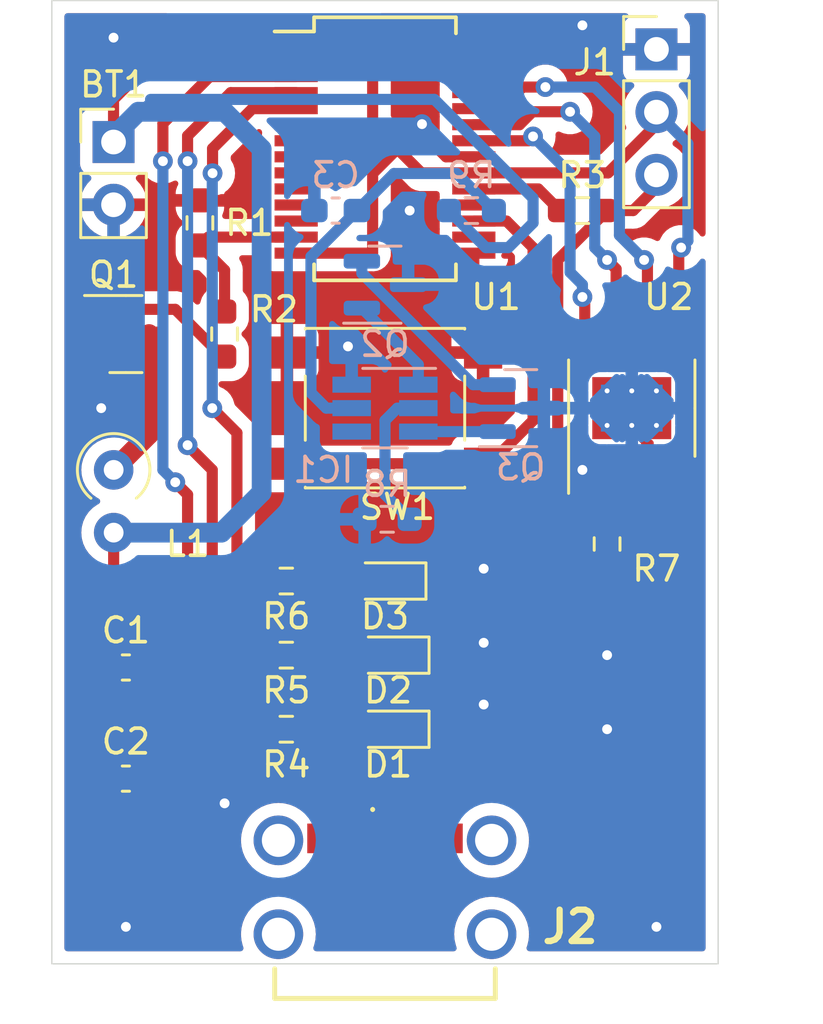
<source format=kicad_pcb>
(kicad_pcb (version 20211014) (generator pcbnew)
  (layers (0 "F.Cu" signal) (31 "B.Cu" signal) (34 "B.Paste" user) (35 "F.Paste" user) (36 "B.SilkS" user "B.Silkscreen") (37 "F.SilkS" user "F.Silkscreen") (38 "B.Mask" user) (39 "F.Mask" user) (44 "Edge.Cuts" user))
  (net 0 "")
  (net 1 "GND")
  (net 2 "Net-(C2-Pad2)")
  (net 3 "Net-(D1-Pad2)")
  (net 4 "Net-(D2-Pad2)")
  (net 5 "Net-(D3-Pad2)")
  (net 6 "Net-(BT1-Pad1)")
  (net 7 "Net-(J1-Pad3)")
  (net 10 "Net-(L1-Pad1)")
  (net 11 "Net-(R1-Pad2)")
  (net 12 "Net-(R3-Pad1)")
  (net 13 "Net-(R4-Pad2)")
  (net 14 "Net-(R5-Pad2)")
  (net 15 "Net-(SW1-Pad2)")
  (net 27 "Net-(U1-Pad22)")
  (net 28 "Net-(U1-Pad23)")
  (net 29 "Net-(U1-Pad24)")
  (net 36 "Net-(Q1-Pad1)")
  (net 37 "Net-(R6-Pad2)")
  (net 38 "Net-(R7-Pad1)")
  (net 39 "Net-(C3-Pad1)")
  (net 40 "Net-(IC1-Pad1)")
  (net 41 "Net-(IC1-Pad2)")
  (net 42 "Net-(IC1-Pad3)")
  (net 44 "Net-(Q2-Pad2)")
  (footprint "Resistor_SMD:R_0603_1608Metric_Pad0.98x0.95mm_HandSolder" (layer "F.Cu") (at 181 79 -90)
    (fp_text reference "R1" (at 0 -2) (layer "F.SilkS"))
    (fp_text value "100K")
    (fp_line (start -0.254724 0.5225) (end 0.254724 0.5225) (layer "F.SilkS") (width 0.12))
    (fp_line (start -0.254724 -0.5225) (end 0.254724 -0.5225) (layer "F.SilkS") (width 0.12))
    (pad "1" smd roundrect (at -0.9125 0 270) (size 0.975 0.95) (layers "F.Cu" "F.Paste" "F.Mask") (net 1 "GND"))
    (pad "2" smd roundrect (at 0.9125 0 270) (size 0.975 0.95) (layers "F.Cu" "F.Paste" "F.Mask") (net 11 "Net-(R1-Pad2)"))
  )
  (footprint "Resistor_SMD:R_0603_1608Metric_Pad0.98x0.95mm_HandSolder" (layer "F.Cu") (at 196.5 78.5)
    (fp_text reference "R3" (at 0 -1.43) (layer "F.SilkS"))
    (fp_text value "4.7K")
    (fp_line (start -0.254724 -0.5225) (end 0.254724 -0.5225) (layer "F.SilkS") (width 0.12))
    (fp_line (start -0.254724 0.5225) (end 0.254724 0.5225) (layer "F.SilkS") (width 0.12))
    (pad "1" smd roundrect (at -0.9125 0) (size 0.975 0.95) (layers "F.Cu" "F.Paste" "F.Mask") (net 12 "Net-(R3-Pad1)"))
    (pad "2" smd roundrect (at 0.9125 0) (size 0.975 0.95) (layers "F.Cu" "F.Paste" "F.Mask") (net 7 "Net-(J1-Pad3)"))
  )
  (footprint "LED_SMD:LED_0603_1608Metric_Pad1.05x0.95mm_HandSolder" (layer "F.Cu") (at 188.625 99.5 180)
    (fp_text reference "D1" (at 0 -1.43) (layer "F.SilkS"))
    (fp_text value "LED")
    (fp_line (start 0.8 -0.735) (end -1.66 -0.735) (layer "F.SilkS") (width 0.12))
    (fp_line (start -1.66 -0.735) (end -1.66 0.735) (layer "F.SilkS") (width 0.12))
    (fp_line (start -1.66 0.735) (end 0.8 0.735) (layer "F.SilkS") (width 0.12))
    (pad "1" smd roundrect (at -0.875 0 180) (size 1.05 0.95) (layers "F.Cu" "F.Paste" "F.Mask") (net 1 "GND"))
    (pad "2" smd roundrect (at 0.875 0 180) (size 1.05 0.95) (layers "F.Cu" "F.Paste" "F.Mask") (net 3 "Net-(D1-Pad2)"))
  )
  (footprint "LED_SMD:LED_0603_1608Metric_Pad1.05x0.95mm_HandSolder" (layer "F.Cu") (at 188.5 93.5 180)
    (fp_text reference "D3" (at 0 -1.43) (layer "F.SilkS"))
    (fp_text value "LED")
    (fp_line (start -1.66 -0.735) (end -1.66 0.735) (layer "F.SilkS") (width 0.12))
    (fp_line (start -1.66 0.735) (end 0.8 0.735) (layer "F.SilkS") (width 0.12))
    (fp_line (start 0.8 -0.735) (end -1.66 -0.735) (layer "F.SilkS") (width 0.12))
    (pad "1" smd roundrect (at -0.875 0 180) (size 1.05 0.95) (layers "F.Cu" "F.Paste" "F.Mask") (net 1 "GND"))
    (pad "2" smd roundrect (at 0.875 0 180) (size 1.05 0.95) (layers "F.Cu" "F.Paste" "F.Mask") (net 5 "Net-(D3-Pad2)"))
  )
  (footprint "Connector_PinHeader_2.54mm:PinHeader_1x02_P2.54mm_Vertical" (layer "F.Cu") (at 177.5 75.725)
    (fp_text reference "BT1" (at 0 -2.33) (layer "F.SilkS"))
    (fp_text value "Battery_Cell")
    (fp_line (start -1.33 1.27) (end -1.33 3.87) (layer "F.SilkS") (width 0.12))
    (fp_line (start -1.33 3.87) (end 1.33 3.87) (layer "F.SilkS") (width 0.12))
    (fp_line (start -1.33 -1.33) (end 0 -1.33) (layer "F.SilkS") (width 0.12))
    (fp_line (start 1.33 1.27) (end 1.33 3.87) (layer "F.SilkS") (width 0.12))
    (fp_line (start -1.33 0) (end -1.33 -1.33) (layer "F.SilkS") (width 0.12))
    (fp_line (start -1.33 1.27) (end 1.33 1.27) (layer "F.SilkS") (width 0.12))
    (pad "1" thru_hole rect (at 0 0) (size 1.7 1.7) (drill 1) (layers *.Cu *.Mask) (net 6 "Net-(BT1-Pad1)"))
    (pad "2" thru_hole oval (at 0 2.54) (size 1.7 1.7) (drill 1) (layers *.Cu *.Mask) (net 1 "GND"))
  )
  (footprint "Resistor_SMD:R_0603_1608Metric_Pad0.98x0.95mm_HandSolder" (layer "F.Cu") (at 184.5 99.5 180)
    (fp_text reference "R4" (at 0 -1.43) (layer "F.SilkS"))
    (fp_text value "1K")
    (fp_line (start -0.254724 0.5225) (end 0.254724 0.5225) (layer "F.SilkS") (width 0.12))
    (fp_line (start -0.254724 -0.5225) (end 0.254724 -0.5225) (layer "F.SilkS") (width 0.12))
    (pad "1" smd roundrect (at -0.9125 0 180) (size 0.975 0.95) (layers "F.Cu" "F.Paste" "F.Mask") (net 3 "Net-(D1-Pad2)"))
    (pad "2" smd roundrect (at 0.9125 0 180) (size 0.975 0.95) (layers "F.Cu" "F.Paste" "F.Mask") (net 13 "Net-(R4-Pad2)"))
  )
  (footprint "Package_SO:SSOP-28_5.3x10.2mm_P0.65mm" (layer "F.Cu") (at 188.5 76)
    (fp_text reference "U1" (at 4.5 6) (layer "F.SilkS"))
    (fp_text value "ATmega3208-X")
    (fp_line (start -2.875 5.325) (end -2.875 4.675) (layer "F.SilkS") (width 0.15))
    (fp_line (start 2.875 5.325) (end 2.875 4.675) (layer "F.SilkS") (width 0.15))
    (fp_line (start -2.875 -5.325) (end 2.875 -5.325) (layer "F.SilkS") (width 0.15))
    (fp_line (start -2.875 5.325) (end 2.875 5.325) (layer "F.SilkS") (width 0.15))
    (fp_line (start -2.875 -5.325) (end -2.875 -4.75) (layer "F.SilkS") (width 0.15))
    (fp_line (start -2.875 -4.75) (end -4.475 -4.75) (layer "F.SilkS") (width 0.15))
    (fp_line (start 2.875 -5.325) (end 2.875 -4.675) (layer "F.SilkS") (width 0.15))
    (pad "1" smd rect (at -3.6 -4.225) (size 1.75 0.45) (layers "F.Cu" "F.Paste" "F.Mask"))
    (pad "2" smd rect (at -3.6 -3.575) (size 1.75 0.45) (layers "F.Cu" "F.Paste" "F.Mask"))
    (pad "3" smd rect (at -3.6 -2.925) (size 1.75 0.45) (layers "F.Cu" "F.Paste" "F.Mask") (net 13 "Net-(R4-Pad2)"))
    (pad "4" smd rect (at -3.6 -2.275) (size 1.75 0.45) (layers "F.Cu" "F.Paste" "F.Mask") (net 14 "Net-(R5-Pad2)"))
    (pad "5" smd rect (at -3.6 -1.625) (size 1.75 0.45) (layers "F.Cu" "F.Paste" "F.Mask") (net 37 "Net-(R6-Pad2)"))
    (pad "6" smd rect (at -3.6 -0.975) (size 1.75 0.45) (layers "F.Cu" "F.Paste" "F.Mask"))
    (pad "7" smd rect (at -3.6 -0.325) (size 1.75 0.45) (layers "F.Cu" "F.Paste" "F.Mask"))
    (pad "8" smd rect (at -3.6 0.325) (size 1.75 0.45) (layers "F.Cu" "F.Paste" "F.Mask"))
    (pad "9" smd rect (at -3.6 0.975) (size 1.75 0.45) (layers "F.Cu" "F.Paste" "F.Mask"))
    (pad "10" smd rect (at -3.6 1.625) (size 1.75 0.45) (layers "F.Cu" "F.Paste" "F.Mask"))
    (pad "11" smd rect (at -3.6 2.275) (size 1.75 0.45) (layers "F.Cu" "F.Paste" "F.Mask"))
    (pad "12" smd rect (at -3.6 2.925) (size 1.75 0.45) (layers "F.Cu" "F.Paste" "F.Mask"))
    (pad "13" smd rect (at -3.6 3.575) (size 1.75 0.45) (layers "F.Cu" "F.Paste" "F.Mask") (net 11 "Net-(R1-Pad2)"))
    (pad "14" smd rect (at -3.6 4.225) (size 1.75 0.45) (layers "F.Cu" "F.Paste" "F.Mask") (net 6 "Net-(BT1-Pad1)"))
    (pad "15" smd rect (at 3.6 4.225) (size 1.75 0.45) (layers "F.Cu" "F.Paste" "F.Mask") (net 1 "GND"))
    (pad "16" smd rect (at 3.6 3.575) (size 1.75 0.45) (layers "F.Cu" "F.Paste" "F.Mask"))
    (pad "17" smd rect (at 3.6 2.925) (size 1.75 0.45) (layers "F.Cu" "F.Paste" "F.Mask") (net 15 "Net-(SW1-Pad2)"))
    (pad "18" smd rect (at 3.6 2.275) (size 1.75 0.45) (layers "F.Cu" "F.Paste" "F.Mask"))
    (pad "19" smd rect (at 3.6 1.625) (size 1.75 0.45) (layers "F.Cu" "F.Paste" "F.Mask") (net 12 "Net-(R3-Pad1)"))
    (pad "20" smd rect (at 3.6 0.975) (size 1.75 0.45) (layers "F.Cu" "F.Paste" "F.Mask") (net 6 "Net-(BT1-Pad1)"))
    (pad "21" smd rect (at 3.6 0.325) (size 1.75 0.45) (layers "F.Cu" "F.Paste" "F.Mask") (net 1 "GND"))
    (pad "22" smd rect (at 3.6 -0.325) (size 1.75 0.45) (layers "F.Cu" "F.Paste" "F.Mask") (net 27 "Net-(U1-Pad22)"))
    (pad "23" smd rect (at 3.6 -0.975) (size 1.75 0.45) (layers "F.Cu" "F.Paste" "F.Mask") (net 28 "Net-(U1-Pad23)"))
    (pad "24" smd rect (at 3.6 -1.625) (size 1.75 0.45) (layers "F.Cu" "F.Paste" "F.Mask") (net 29 "Net-(U1-Pad24)"))
    (pad "25" smd rect (at 3.6 -2.275) (size 1.75 0.45) (layers "F.Cu" "F.Paste" "F.Mask"))
    (pad "26" smd rect (at 3.6 -2.925) (size 1.75 0.45) (layers "F.Cu" "F.Paste" "F.Mask"))
    (pad "27" smd rect (at 3.6 -3.575) (size 1.75 0.45) (layers "F.Cu" "F.Paste" "F.Mask"))
    (pad "28" smd rect (at 3.6 -4.225) (size 1.75 0.45) (layers "F.Cu" "F.Paste" "F.Mask"))
  )
  (footprint "Inductor_THT:L_Axial_L6.6mm_D2.7mm_P2.54mm_Vertical_Vishay_IM-2" (layer "F.Cu") (at 177.505 89 -90)
    (fp_text reference "L1" (at 3 -2.995) (layer "F.SilkS"))
    (fp_text value "2 Ohm")
    (fp_arc (start 1.146516 0.92) (mid -1.47 0) (end 1.146516 -0.92) (layer "F.SilkS") (width 0.12))
    (pad "1" thru_hole circle (at 0 0 270) (size 1.6 1.6) (drill 0.8) (layers *.Cu *.Mask) (net 10 "Net-(L1-Pad1)"))
    (pad "2" thru_hole oval (at 2.54 0 270) (size 1.6 1.6) (drill 0.8) (layers *.Cu *.Mask) (net 6 "Net-(BT1-Pad1)"))
  )
  (footprint "Package_SO:SOIC-8-1EP_3.9x4.9mm_P1.27mm_EP2.514x3.2mm_ThermalVias" (layer "F.Cu") (at 198.5 86.5 90)
    (fp_text reference "U2" (at 4.5 1.5) (layer "F.SilkS"))
    (fp_text value "TP4056")
    (fp_line (start 0 2.56) (end 1.95 2.56) (layer "F.SilkS") (width 0.12))
    (fp_line (start 0 2.56) (end -1.95 2.56) (layer "F.SilkS") (width 0.12))
    (fp_line (start 0 -2.56) (end 1.95 -2.56) (layer "F.SilkS") (width 0.12))
    (fp_line (start 0 -2.56) (end -3.45 -2.56) (layer "F.SilkS") (width 0.12))
    (pad "1" smd roundrect (at -2.6375 -1.905 90) (size 1.625 0.6) (layers "F.Cu" "F.Paste" "F.Mask") (net 1 "GND"))
    (pad "2" smd roundrect (at -2.6375 -0.635 90) (size 1.625 0.6) (layers "F.Cu" "F.Paste" "F.Mask") (net 38 "Net-(R7-Pad1)"))
    (pad "3" smd roundrect (at -2.6375 0.635 90) (size 1.625 0.6) (layers "F.Cu" "F.Paste" "F.Mask") (net 1 "GND"))
    (pad "4" smd roundrect (at -2.6375 1.905 90) (size 1.625 0.6) (layers "F.Cu" "F.Paste" "F.Mask") (net 2 "Net-(C2-Pad2)"))
    (pad "5" smd roundrect (at 2.6375 1.905 90) (size 1.625 0.6) (layers "F.Cu" "F.Paste" "F.Mask") (net 6 "Net-(BT1-Pad1)"))
    (pad "6" smd roundrect (at 2.6375 0.635 90) (size 1.625 0.6) (layers "F.Cu" "F.Paste" "F.Mask") (net 29 "Net-(U1-Pad24)"))
    (pad "7" smd roundrect (at 2.6375 -0.635 90) (size 1.625 0.6) (layers "F.Cu" "F.Paste" "F.Mask") (net 28 "Net-(U1-Pad23)"))
    (pad "8" smd roundrect (at 2.6375 -1.905 90) (size 1.625 0.6) (layers "F.Cu" "F.Paste" "F.Mask") (net 27 "Net-(U1-Pad22)"))
    (pad "9" thru_hole circle (at -0.7 0 90) (size 0.5 0.5) (drill 0.2) (layers *.Cu) (net 1 "GND"))
    (pad "9" thru_hole circle (at -0.7 -1 90) (size 0.5 0.5) (drill 0.2) (layers *.Cu) (net 1 "GND"))
    (pad "9" thru_hole circle (at 0.7 0 90) (size 0.5 0.5) (drill 0.2) (layers *.Cu) (net 1 "GND"))
    (pad "9" thru_hole circle (at -0.7 1 90) (size 0.5 0.5) (drill 0.2) (layers *.Cu) (net 1 "GND"))
    (pad "9" thru_hole circle (at 0.7 1 90) (size 0.5 0.5) (drill 0.2) (layers *.Cu) (net 1 "GND"))
    (pad "9" thru_hole circle (at 0.7 -1 90) (size 0.5 0.5) (drill 0.2) (layers *.Cu) (net 1 "GND"))
    (pad "9" smd rect (at 0 0 90) (size 1.9 2.5) (layers "B.Cu") (net 1 "GND"))
    (pad "9" smd rect (at 0 0 90) (size 2.514 3.2) (layers "F.Cu" "F.Mask") (net 1 "GND"))
  )
  (footprint "SamacSys:USB4125GFA0190" (layer "F.Cu") (at 188.5 107)
    (fp_text reference "J2" (at 7.5 0.5) (layer "F.SilkS") (effects (font (size 1.27 1.27) (thickness 0.254))))
    (fp_text value "USB4140-GF-0070-C" hide)
    (fp_line (start -0.5 -4.3) (end -0.5 -4.3) (layer "F.SilkS") (width 0.1))
    (fp_line (start -4.47 3.4) (end 4.47 3.4) (layer "F.SilkS") (width 0.2))
    (fp_line (start 4.47 3.4) (end 4.47 2.2) (layer "F.SilkS") (width 0.2))
    (fp_line (start -4.47 2.2) (end -4.47 3.4) (layer "F.SilkS") (width 0.2))
    (fp_line (start -0.5 -4.2) (end -0.5 -4.2) (layer "F.SilkS") (width 0.1))
    (fp_arc (start -0.5 -4.3) (mid -0.45 -4.25) (end -0.5 -4.2) (layer "F.SilkS") (width 0.1))
    (fp_arc (start -0.5 -4.2) (mid -0.55 -4.25) (end -0.5 -4.3) (layer "F.SilkS") (width 0.1))
    (pad "A5" smd rect locked (at -0.5 -3.08) (size 0.7 1.2) (layers "F.Cu" "F.Paste" "F.Mask") (net 7 "Net-(J1-Pad3)"))
    (pad "A9" smd rect locked (at 1.52 -3.08) (size 0.76 1.2) (layers "F.Cu" "F.Paste" "F.Mask") (net 2 "Net-(C2-Pad2)"))
    (pad "A12" smd rect locked (at 2.75 -3.08) (size 0.8 1.2) (layers "F.Cu" "F.Paste" "F.Mask") (net 1 "GND"))
    (pad "B5" smd rect locked (at 0.5 -3.08) (size 0.7 1.2) (layers "F.Cu" "F.Paste" "F.Mask") (net 7 "Net-(J1-Pad3)"))
    (pad "B9" smd rect locked (at -1.52 -3.08) (size 0.76 1.2) (layers "F.Cu" "F.Paste" "F.Mask") (net 2 "Net-(C2-Pad2)"))
    (pad "B12" smd rect locked (at -2.75 -3.08) (size 0.8 1.2) (layers "F.Cu" "F.Paste" "F.Mask") (net 1 "GND"))
    (pad "MH1" thru_hole circle locked (at -4.32 -3) (size 2.01 2.01) (drill 1.34) (layers *.Cu *.Mask))
    (pad "MH2" thru_hole circle locked (at -4.32 0.8) (size 2.01 2.01) (drill 1.34) (layers *.Cu *.Mask))
    (pad "MH3" thru_hole circle locked (at 4.32 0.8) (size 2.01 2.01) (drill 1.34) (layers *.Cu *.Mask))
    (pad "MH4" thru_hole circle locked (at 4.32 -3) (size 2.01 2.01) (drill 1.34) (layers *.Cu *.Mask))
  )
  (footprint "Resistor_SMD:R_0603_1608Metric_Pad0.98x0.95mm_HandSolder" (layer "F.Cu") (at 184.5 96.5 180)
    (fp_text reference "R5" (at 0 -1.43) (layer "F.SilkS"))
    (fp_text value "1K")
    (fp_line (start -0.254724 0.5225) (end 0.254724 0.5225) (layer "F.SilkS") (width 0.12))
    (fp_line (start -0.254724 -0.5225) (end 0.254724 -0.5225) (layer "F.SilkS") (width 0.12))
    (pad "1" smd roundrect (at -0.9125 0 180) (size 0.975 0.95) (layers "F.Cu" "F.Paste" "F.Mask") (net 4 "Net-(D2-Pad2)"))
    (pad "2" smd roundrect (at 0.9125 0 180) (size 0.975 0.95) (layers "F.Cu" "F.Paste" "F.Mask") (net 14 "Net-(R5-Pad2)"))
  )
  (footprint "Resistor_SMD:R_0603_1608Metric_Pad0.98x0.95mm_HandSolder" (layer "F.Cu") (at 182 83.5 90)
    (fp_text reference "R2" (at 1 2) (layer "F.SilkS"))
    (fp_text value "4.7K")
    (fp_line (start -0.254724 0.5225) (end 0.254724 0.5225) (layer "F.SilkS") (width 0.12))
    (fp_line (start -0.254724 -0.5225) (end 0.254724 -0.5225) (layer "F.SilkS") (width 0.12))
    (pad "1" smd roundrect (at -0.9125 0 90) (size 0.975 0.95) (layers "F.Cu" "F.Paste" "F.Mask") (net 36 "Net-(Q1-Pad1)"))
    (pad "2" smd roundrect (at 0.9125 0 90) (size 0.975 0.95) (layers "F.Cu" "F.Paste" "F.Mask") (net 11 "Net-(R1-Pad2)"))
  )
  (footprint "Capacitor_SMD:C_0603_1608Metric_Pad1.08x0.95mm_HandSolder" (layer "F.Cu") (at 178 97)
    (fp_text reference "C1" (at 0 -1.5) (layer "F.SilkS"))
    (fp_text value "10uF")
    (fp_line (start -0.146267 -0.51) (end 0.146267 -0.51) (layer "F.SilkS") (width 0.12))
    (fp_line (start -0.146267 0.51) (end 0.146267 0.51) (layer "F.SilkS") (width 0.12))
    (pad "1" smd roundrect (at -0.8625 0) (size 1.075 0.95) (layers "F.Cu" "F.Paste" "F.Mask") (net 1 "GND"))
    (pad "2" smd roundrect (at 0.8625 0) (size 1.075 0.95) (layers "F.Cu" "F.Paste" "F.Mask") (net 6 "Net-(BT1-Pad1)"))
  )
  (footprint "Button_Switch_SMD:SW_Push_1P1T_NO_6x6mm_H9.5mm" (layer "F.Cu") (at 188.5 86.5)
    (fp_text reference "SW1" (at 0.5 4) (layer "F.SilkS"))
    (fp_text value "btn")
    (fp_line (start -3.23 -3.2) (end -3.23 -3.23) (layer "F.SilkS") (width 0.12))
    (fp_line (start -3.23 3.23) (end -3.23 3.2) (layer "F.SilkS") (width 0.12))
    (fp_line (start -3.23 -3.23) (end 3.23 -3.23) (layer "F.SilkS") (width 0.12))
    (fp_line (start -3.23 3.23) (end 3.23 3.23) (layer "F.SilkS") (width 0.12))
    (fp_line (start 3.23 -3.23) (end 3.23 -3.2) (layer "F.SilkS") (width 0.12))
    (fp_line (start 3.23 -1.3) (end 3.23 1.3) (layer "F.SilkS") (width 0.12))
    (fp_line (start 3.23 3.23) (end 3.23 3.2) (layer "F.SilkS") (width 0.12))
    (fp_line (start -3.23 -1.3) (end -3.23 1.3) (layer "F.SilkS") (width 0.12))
    (pad "1" smd rect (at 3.975 -2.25) (size 1.55 1.3) (layers "F.Cu" "F.Paste" "F.Mask") (net 1 "GND"))
    (pad "1" smd rect (at -3.975 -2.25) (size 1.55 1.3) (layers "F.Cu" "F.Paste" "F.Mask") (net 1 "GND"))
    (pad "2" smd rect (at 3.975 2.25) (size 1.55 1.3) (layers "F.Cu" "F.Paste" "F.Mask") (net 15 "Net-(SW1-Pad2)"))
    (pad "2" smd rect (at -3.975 2.25) (size 1.55 1.3) (layers "F.Cu" "F.Paste" "F.Mask") (net 15 "Net-(SW1-Pad2)"))
  )
  (footprint "Capacitor_SMD:C_0603_1608Metric_Pad1.08x0.95mm_HandSolder" (layer "F.Cu") (at 178 101.5)
    (fp_text reference "C2" (at 0 -1.5) (layer "F.SilkS"))
    (fp_text value "10uF")
    (fp_line (start -0.146267 -0.51) (end 0.146267 -0.51) (layer "F.SilkS") (width 0.12))
    (fp_line (start -0.146267 0.51) (end 0.146267 0.51) (layer "F.SilkS") (width 0.12))
    (pad "1" smd roundrect (at -0.8625 0) (size 1.075 0.95) (layers "F.Cu" "F.Paste" "F.Mask") (net 1 "GND"))
    (pad "2" smd roundrect (at 0.8625 0) (size 1.075 0.95) (layers "F.Cu" "F.Paste" "F.Mask") (net 2 "Net-(C2-Pad2)"))
  )
  (footprint "Package_TO_SOT_SMD:SOT-23" (layer "F.Cu") (at 178 83.5)
    (fp_text reference "Q1" (at -0.5 -2.4) (layer "F.SilkS"))
    (fp_text value "AO3400A")
    (fp_line (start 0 1.56) (end 0.65 1.56) (layer "F.SilkS") (width 0.12))
    (fp_line (start 0 -1.56) (end -1.675 -1.56) (layer "F.SilkS") (width 0.12))
    (fp_line (start 0 -1.56) (end 0.65 -1.56) (layer "F.SilkS") (width 0.12))
    (fp_line (start 0 1.56) (end -0.65 1.56) (layer "F.SilkS") (width 0.12))
    (pad "1" smd roundrect (at -0.9375 -0.95) (size 1.475 0.6) (layers "F.Cu" "F.Paste" "F.Mask") (net 36 "Net-(Q1-Pad1)"))
    (pad "2" smd roundrect (at -0.9375 0.95) (size 1.475 0.6) (layers "F.Cu" "F.Paste" "F.Mask") (net 1 "GND"))
    (pad "3" smd roundrect (at 0.9375 0) (size 1.475 0.6) (layers "F.Cu" "F.Paste" "F.Mask") (net 10 "Net-(L1-Pad1)"))
  )
  (footprint "LED_SMD:LED_0603_1608Metric_Pad1.05x0.95mm_HandSolder" (layer "F.Cu") (at 188.625 96.5 180)
    (fp_text reference "D2" (at 0 -1.43) (layer "F.SilkS"))
    (fp_text value "LED")
    (fp_line (start -1.66 0.735) (end 0.8 0.735) (layer "F.SilkS") (width 0.12))
    (fp_line (start -1.66 -0.735) (end -1.66 0.735) (layer "F.SilkS") (width 0.12))
    (fp_line (start 0.8 -0.735) (end -1.66 -0.735) (layer "F.SilkS") (width 0.12))
    (pad "1" smd roundrect (at -0.875 0 180) (size 1.05 0.95) (layers "F.Cu" "F.Paste" "F.Mask") (net 1 "GND"))
    (pad "2" smd roundrect (at 0.875 0 180) (size 1.05 0.95) (layers "F.Cu" "F.Paste" "F.Mask") (net 4 "Net-(D2-Pad2)"))
  )
  (footprint "Resistor_SMD:R_0603_1608Metric_Pad0.98x0.95mm_HandSolder" (layer "F.Cu") (at 197.5 92 -90)
    (fp_text reference "R7" (at 1 -2) (layer "F.SilkS"))
    (fp_text value "2.8K")
    (fp_line (start -0.254724 0.5225) (end 0.254724 0.5225) (layer "F.SilkS") (width 0.12))
    (fp_line (start -0.254724 -0.5225) (end 0.254724 -0.5225) (layer "F.SilkS") (width 0.12))
    (pad "1" smd roundrect (at -0.9125 0 270) (size 0.975 0.95) (layers "F.Cu" "F.Paste" "F.Mask") (net 38 "Net-(R7-Pad1)"))
    (pad "2" smd roundrect (at 0.9125 0 270) (size 0.975 0.95) (layers "F.Cu" "F.Paste" "F.Mask") (net 1 "GND"))
  )
  (footprint "Resistor_SMD:R_0603_1608Metric_Pad0.98x0.95mm_HandSolder" (layer "F.Cu") (at 184.5 93.5 180)
    (fp_text reference "R6" (at 0 -1.43) (layer "F.SilkS"))
    (fp_text value "1K")
    (fp_line (start -0.254724 0.5225) (end 0.254724 0.5225) (layer "F.SilkS") (width 0.12))
    (fp_line (start -0.254724 -0.5225) (end 0.254724 -0.5225) (layer "F.SilkS") (width 0.12))
    (pad "1" smd roundrect (at -0.9125 0 180) (size 0.975 0.95) (layers "F.Cu" "F.Paste" "F.Mask") (net 5 "Net-(D3-Pad2)"))
    (pad "2" smd roundrect (at 0.9125 0 180) (size 0.975 0.95) (layers "F.Cu" "F.Paste" "F.Mask") (net 37 "Net-(R6-Pad2)"))
  )
  (footprint "Connector_PinHeader_2.54mm:PinHeader_1x03_P2.54mm_Vertical" (layer "F.Cu") (at 199.5 71.975)
    (fp_text reference "J1" (at -2.5 0.525) (layer "F.SilkS"))
    (fp_text value "Conn_01x03_Male")
    (fp_line (start -1.33 6.41) (end 1.33 6.41) (layer "F.SilkS") (width 0.12))
    (fp_line (start -1.33 1.27) (end -1.33 6.41) (layer "F.SilkS") (width 0.12))
    (fp_line (start -1.33 -1.33) (end 0 -1.33) (layer "F.SilkS") (width 0.12))
    (fp_line (start -1.33 0) (end -1.33 -1.33) (layer "F.SilkS") (width 0.12))
    (fp_line (start -1.33 1.27) (end 1.33 1.27) (layer "F.SilkS") (width 0.12))
    (fp_line (start 1.33 1.27) (end 1.33 6.41) (layer "F.SilkS") (width 0.12))
    (pad "1" thru_hole rect (at 0 0) (size 1.7 1.7) (drill 1) (layers *.Cu *.Mask) (net 1 "GND"))
    (pad "2" thru_hole oval (at 0 2.54) (size 1.7 1.7) (drill 1) (layers *.Cu *.Mask) (net 6 "Net-(BT1-Pad1)"))
    (pad "3" thru_hole oval (at 0 5.08) (size 1.7 1.7) (drill 1) (layers *.Cu *.Mask) (net 7 "Net-(J1-Pad3)"))
  )
  (footprint "Resistor_SMD:R_0603_1608Metric_Pad0.98x0.95mm_HandSolder" (layer "B.Cu") (at 192 78.5 180)
    (fp_text reference "R9" (at 0 1.43) (layer "B.SilkS") (effects (justify mirror)))
    (fp_text value "330")
    (fp_line (start -0.254724 -0.5225) (end 0.254724 -0.5225) (layer "B.SilkS") (width 0.12))
    (fp_line (start -0.254724 0.5225) (end 0.254724 0.5225) (layer "B.SilkS") (width 0.12))
    (pad "1" smd roundrect (at -0.9125 0 180) (size 0.975 0.95) (layers "B.Cu" "B.Paste" "B.Mask") (net 39 "Net-(C3-Pad1)"))
    (pad "2" smd roundrect (at 0.9125 0 180) (size 0.975 0.95) (layers "B.Cu" "B.Paste" "B.Mask") (net 6 "Net-(BT1-Pad1)"))
  )
  (footprint "Package_TO_SOT_SMD:SOT-23" (layer "B.Cu") (at 188.5 81.5)
    (fp_text reference "Q2" (at 0 2.4) (layer "B.SilkS") (effects (justify mirror)))
    (fp_text value "AO3400A")
    (fp_line (start 0 -1.56) (end -0.65 -1.56) (layer "B.SilkS") (width 0.12))
    (fp_line (start 0 1.56) (end -1.675 1.56) (layer "B.SilkS") (width 0.12))
    (fp_line (start 0 1.56) (end 0.65 1.56) (layer "B.SilkS") (width 0.12))
    (fp_line (start 0 -1.56) (end 0.65 -1.56) (layer "B.SilkS") (width 0.12))
    (pad "1" smd roundrect (at -0.9375 0.95) (size 1.475 0.6) (layers "B.Cu" "B.Paste" "B.Mask") (net 40 "Net-(IC1-Pad1)"))
    (pad "2" smd roundrect (at -0.9375 -0.95) (size 1.475 0.6) (layers "B.Cu" "B.Paste" "B.Mask") (net 44 "Net-(Q2-Pad2)"))
    (pad "3" smd roundrect (at 0.9375 0) (size 1.475 0.6) (layers "B.Cu" "B.Paste" "B.Mask") (net 1 "GND"))
  )
  (footprint "Resistor_SMD:R_0603_1608Metric_Pad0.98x0.95mm_HandSolder" (layer "B.Cu") (at 188.5875 91 180)
    (fp_text reference "R8" (at 0 1.43) (layer "B.SilkS") (effects (justify mirror)))
    (fp_text value "2K")
    (fp_line (start -0.254724 0.5225) (end 0.254724 0.5225) (layer "B.SilkS") (width 0.12))
    (fp_line (start -0.254724 -0.5225) (end 0.254724 -0.5225) (layer "B.SilkS") (width 0.12))
    (pad "1" smd roundrect (at -0.9125 0 180) (size 0.975 0.95) (layers "B.Cu" "B.Paste" "B.Mask") (net 41 "Net-(IC1-Pad2)"))
    (pad "2" smd roundrect (at 0.9125 0 180) (size 0.975 0.95) (layers "B.Cu" "B.Paste" "B.Mask") (net 1 "GND"))
  )
  (footprint "Package_TO_SOT_SMD:SOT-23-6_Handsoldering" (layer "B.Cu") (at 188.5 86.5 180)
    (fp_text reference "IC1" (at 2.5 -2.5) (layer "B.SilkS") (effects (justify mirror)))
    (fp_text value "DW01A-G")
    (fp_line (start 0.9 1.61) (end -2.05 1.61) (layer "B.SilkS") (width 0.12))
    (fp_line (start -0.9 -1.61) (end 0.9 -1.61) (layer "B.SilkS") (width 0.12))
    (pad "1" smd rect (at -1.35 0.95 180) (size 1.56 0.65) (layers "B.Cu" "B.Paste" "B.Mask") (net 40 "Net-(IC1-Pad1)"))
    (pad "2" smd rect (at -1.35 0 180) (size 1.56 0.65) (layers "B.Cu" "B.Paste" "B.Mask") (net 41 "Net-(IC1-Pad2)"))
    (pad "3" smd rect (at -1.35 -0.95 180) (size 1.56 0.65) (layers "B.Cu" "B.Paste" "B.Mask") (net 42 "Net-(IC1-Pad3)"))
    (pad "4" smd rect (at 1.35 -0.95 180) (size 1.56 0.65) (layers "B.Cu" "B.Paste" "B.Mask"))
    (pad "5" smd rect (at 1.35 0 180) (size 1.56 0.65) (layers "B.Cu" "B.Paste" "B.Mask") (net 39 "Net-(C3-Pad1)"))
    (pad "6" smd rect (at 1.35 0.95 180) (size 1.56 0.65) (layers "B.Cu" "B.Paste" "B.Mask") (net 1 "GND"))
  )
  (footprint "Package_TO_SOT_SMD:SOT-23" (layer "B.Cu") (at 194 86.5)
    (fp_text reference "Q3" (at 0 2.4) (layer "B.SilkS") (effects (justify mirror)))
    (fp_text value "AO3400A")
    (fp_line (start 0 -1.56) (end 0.65 -1.56) (layer "B.SilkS") (width 0.12))
    (fp_line (start 0 -1.56) (end -0.65 -1.56) (layer "B.SilkS") (width 0.12))
    (fp_line (start 0 1.56) (end -1.675 1.56) (layer "B.SilkS") (width 0.12))
    (fp_line (start 0 1.56) (end 0.65 1.56) (layer "B.SilkS") (width 0.12))
    (pad "1" smd roundrect (at -0.9375 0.95) (size 1.475 0.6) (layers "B.Cu" "B.Paste" "B.Mask") (net 42 "Net-(IC1-Pad3)"))
    (pad "2" smd roundrect (at -0.9375 -0.95) (size 1.475 0.6) (layers "B.Cu" "B.Paste" "B.Mask") (net 44 "Net-(Q2-Pad2)"))
    (pad "3" smd roundrect (at 0.9375 0) (size 1.475 0.6) (layers "B.Cu" "B.Paste" "B.Mask") (net 1 "GND"))
  )
  (footprint "Capacitor_SMD:C_0603_1608Metric_Pad1.08x0.95mm_HandSolder" (layer "B.Cu") (at 186.5 78.5 180)
    (fp_text reference "C3" (at 0 1.43) (layer "B.SilkS") (effects (justify mirror)))
    (fp_text value ".1uF")
    (fp_line (start -0.146267 0.51) (end 0.146267 0.51) (layer "B.SilkS") (width 0.12))
    (fp_line (start -0.146267 -0.51) (end 0.146267 -0.51) (layer "B.SilkS") (width 0.12))
    (pad "1" smd roundrect (at -0.8625 0 180) (size 1.075 0.95) (layers "B.Cu" "B.Paste" "B.Mask") (net 39 "Net-(C3-Pad1)"))
    (pad "2" smd roundrect (at 0.8625 0 180) (size 1.075 0.95) (layers "B.Cu" "B.Paste" "B.Mask") (net 1 "GND"))
  )
  (gr_rect (start 175 70) (end 202 109) (layer "Edge.Cuts") (width 0.05) (fill none))
  (segment (start 190 75.35) (end 190 75) (width 0.25) (layer "F.Cu") (net 1))
  (segment (start 192.1 76.325) (end 190.975 76.325) (width 0.45) (layer "F.Cu") (net 1))
  (segment (start 190.975 76.325) (end 190 75.35) (width 0.45) (layer "F.Cu") (net 1))
  (via (at 178 107.5) (size 0.8) (drill 0.4) (layers "F.Cu" "B.Cu") (net 1))
  (via (at 182 102.5) (size 0.8) (drill 0.4) (layers "F.Cu" "B.Cu") (net 1))
  (via (at 197.5 99.5) (size 0.8) (drill 0.4) (layers "F.Cu" "B.Cu") (net 1))
  (via (at 192.5 96) (size 0.8) (drill 0.4) (layers "F.Cu" "B.Cu") (net 1))
  (via (at 192.5 93) (size 0.8) (drill 0.4) (layers "F.Cu" "B.Cu") (net 1))
  (via (at 196.5 89) (size 0.8) (drill 0.4) (layers "F.Cu" "B.Cu") (net 1))
  (via (at 189.5 78.5) (size 0.8) (drill 0.4) (layers "F.Cu" "B.Cu") (net 1))
  (via (at 199.5 107.5) (size 0.8) (drill 0.4) (layers "F.Cu" "B.Cu") (net 1))
  (via (at 190 75) (size 0.8) (drill 0.4) (layers "F.Cu" "B.Cu") (net 1))
  (via (at 192.5 98.5) (size 0.8) (drill 0.4) (layers "F.Cu" "B.Cu") (net 1))
  (via (at 177.5 71.5) (size 0.8) (drill 0.4) (layers "F.Cu" "B.Cu") (net 1))
  (via (at 196.5 71) (size 0.8) (drill 0.4) (layers "F.Cu" "B.Cu") (net 1))
  (via (at 197.5 96.5) (size 0.8) (drill 0.4) (layers "F.Cu" "B.Cu") (net 1))
  (via (at 187 84) (size 0.8) (drill 0.4) (layers "F.Cu" "B.Cu") (net 1))
  (via (at 177 86.5) (size 0.8) (drill 0.4) (layers "F.Cu" "B.Cu") (net 1))
  (segment (start 187.5 106) (end 187 105.5) (width 0.45) (layer "F.Cu") (net 2))
  (segment (start 178.8625 103.8625) (end 181 106) (width 0.45) (layer "F.Cu") (net 2))
  (segment (start 199 102) (end 200.405 100.595) (width 0.45) (layer "F.Cu") (net 2))
  (segment (start 190.02 105.48) (end 189.5 106) (width 0.45) (layer "F.Cu") (net 2))
  (segment (start 186.98 103.92) (end 186.98 105.48) (width 0.45) (layer "F.Cu") (net 2))
  (segment (start 186.5 106) (end 187 105.5) (width 0.45) (layer "F.Cu") (net 2))
  (segment (start 191 102) (end 199 102) (width 0.45) (layer "F.Cu") (net 2))
  (segment (start 190.02 103.92) (end 190.02 102.98) (width 0.45) (layer "F.Cu") (net 2))
  (segment (start 190.02 102.98) (end 191 102) (width 0.45) (layer "F.Cu") (net 2))
  (segment (start 178.8625 101.5) (end 178.8625 103.8625) (width 0.45) (layer "F.Cu") (net 2))
  (segment (start 190.02 103.92) (end 190.02 105.48) (width 0.45) (layer "F.Cu") (net 2))
  (segment (start 189.5 106) (end 187.5 106) (width 0.45) (layer "F.Cu") (net 2))
  (segment (start 187 105.5) (end 186.98 105.48) (width 0.25) (layer "F.Cu") (net 2))
  (segment (start 181 106) (end 186.5 106) (width 0.45) (layer "F.Cu") (net 2))
  (segment (start 200.405 100.595) (end 200.405 89.1375) (width 0.45) (layer "F.Cu") (net 2))
  (segment (start 185.4125 99.5) (end 187.75 99.5) (width 0.45) (layer "F.Cu") (net 3))
  (segment (start 185.4125 96.5) (end 187.75 96.5) (width 0.45) (layer "F.Cu") (net 4))
  (segment (start 185.4125 93.5) (end 187.625 93.5) (width 0.45) (layer "F.Cu") (net 5))
  (segment (start 200.405 80.095) (end 200.5 80) (width 0.25) (layer "F.Cu") (net 6))
  (segment (start 192.1 76.975) (end 197.54 76.975) (width 0.45) (layer "F.Cu") (net 6))
  (segment (start 188 77) (end 189 76) (width 0.45) (layer "F.Cu") (net 6))
  (segment (start 177.505 93.005) (end 179 94.5) (width 0.45) (layer "F.Cu") (net 6))
  (segment (start 189.975 76.975) (end 192.1 76.975) (width 0.45) (layer "F.Cu") (net 6))
  (segment (start 188 75) (end 189 76) (width 0.45) (layer "F.Cu") (net 6))
  (segment (start 197.54 76.975) (end 200 74.515) (width 0.45) (layer "F.Cu") (net 6))
  (segment (start 179 94.5) (end 179 96.8625) (width 0.45) (layer "F.Cu") (net 6))
  (segment (start 188 80.225) (end 188 77) (width 0.45) (layer "F.Cu") (net 6))
  (segment (start 177.5 74) (end 180.5 71) (width 0.45) (layer "F.Cu") (net 6))
  (segment (start 177.505 91.54) (end 177.505 93.005) (width 0.45) (layer "F.Cu") (net 6))
  (segment (start 180.5 71) (end 187.5 71) (width 0.45) (layer "F.Cu") (net 6))
  (segment (start 189 76) (end 189.975 76.975) (width 0.45) (layer "F.Cu") (net 6))
  (segment (start 184.9 80.225) (end 188 80.225) (width 0.45) (layer "F.Cu") (net 6))
  (segment (start 200.405 83.8625) (end 200.405 80.095) (width 0.45) (layer "F.Cu") (net 6))
  (segment (start 179 96.8625) (end 178.8625 97) (width 0.25) (layer "F.Cu") (net 6))
  (segment (start 187.5 71) (end 188 71.5) (width 0.45) (layer "F.Cu") (net 6))
  (segment (start 188 71.5) (end 188 75) (width 0.45) (layer "F.Cu") (net 6))
  (segment (start 177.5 75.725) (end 177.5 74) (width 0.45) (layer "F.Cu") (net 6))
  (via (at 200.5 80) (size 0.8) (drill 0.4) (layers "F.Cu" "B.Cu") (net 6))
  (segment (start 177.5 75.5) (end 178.5 74.5) (width 0.8) (layer "B.Cu") (net 6))
  (segment (start 183.5 76) (end 183.5 89.914214) (width 0.8) (layer "B.Cu") (net 6))
  (segment (start 183.5 89.914214) (end 181.874214 91.54) (width 0.8) (layer "B.Cu") (net 6))
  (segment (start 193.5 80) (end 192.5875 80) (width 0.45) (layer "B.Cu") (net 6))
  (segment (start 200.775 79.725) (end 200.5 80) (width 0.45) (layer "B.Cu") (net 6))
  (segment (start 181.874214 91.54) (end 177.505 91.54) (width 0.8) (layer "B.Cu") (net 6))
  (segment (start 194.5 78) (end 194.5 79) (width 0.45) (layer "B.Cu") (net 6))
  (segment (start 177.5 75.5) (end 177.5 75.725) (width 0.8) (layer "B.Cu") (net 6))
  (segment (start 178.5 74.5) (end 182 74.5) (width 0.8) (layer "B.Cu") (net 6))
  (segment (start 199.5 74.515) (end 200.775 75.79) (width 0.45) (layer "B.Cu") (net 6))
  (segment (start 182 74.5) (end 183.5 76) (width 0.8) (layer "B.Cu") (net 6))
  (segment (start 177.5 75.5) (end 179 74) (width 0.25) (layer "B.Cu") (net 6))
  (segment (start 192.5875 80) (end 191.0875 78.5) (width 0.45) (layer "B.Cu") (net 6))
  (segment (start 194.5 79) (end 193.5 80) (width 0.45) (layer "B.Cu") (net 6))
  (segment (start 200.775 75.79) (end 200.775 79.725) (width 0.45) (layer "B.Cu") (net 6))
  (segment (start 179 74) (end 190.5 74) (width 0.45) (layer "B.Cu") (net 6))
  (segment (start 190.5 74) (end 194.5 78) (width 0.45) (layer "B.Cu") (net 6))
  (segment (start 189 102.5) (end 189 103.92) (width 0.45) (layer "F.Cu") (net 7))
  (segment (start 197.4125 78.5) (end 198.555 78.5) (width 0.45) (layer "F.Cu") (net 7))
  (segment (start 195.5 80.5) (end 195.5 98.5) (width 0.45) (layer "F.Cu") (net 7))
  (segment (start 193.5 100.5) (end 191 100.5) (width 0.45) (layer "F.Cu") (net 7))
  (segment (start 191 100.5) (end 189 102.5) (width 0.45) (layer "F.Cu") (net 7))
  (segment (start 188 103.92) (end 189 103.92) (width 0.45) (layer "F.Cu") (net 7))
  (segment (start 195.5 98.5) (end 193.5 100.5) (width 0.45) (layer "F.Cu") (net 7))
  (segment (start 198.555 78.5) (end 200 77.055) (width 0.45) (layer "F.Cu") (net 7))
  (segment (start 197.4125 78.5875) (end 195.5 80.5) (width 0.45) (layer "F.Cu") (net 7))
  (segment (start 197.4125 78.5) (end 197.4125 78.5875) (width 0.25) (layer "F.Cu") (net 7))
  (segment (start 178.9375 87.5675) (end 178.9375 83.5) (width 0.8) (layer "F.Cu") (net 10))
  (segment (start 177.505 89) (end 178.9375 87.5675) (width 0.8) (layer "F.Cu") (net 10))
  (segment (start 182 80.9125) (end 181 79.9125) (width 0.45) (layer "F.Cu") (net 11))
  (segment (start 182 82.5875) (end 182 80.9125) (width 0.45) (layer "F.Cu") (net 11))
  (segment (start 181.3375 79.575) (end 184.9 79.575) (width 0.45) (layer "F.Cu") (net 11))
  (segment (start 181 79.9125) (end 181.3375 79.575) (width 0.25) (layer "F.Cu") (net 11))
  (segment (start 194.7125 77.625) (end 192.1 77.625) (width 0.45) (layer "F.Cu") (net 12))
  (segment (start 195.5875 78.5) (end 194.7125 77.625) (width 0.45) (layer "F.Cu") (net 12))
  (segment (start 180.5 90) (end 180.5 96.4125) (width 0.45) (layer "F.Cu") (net 13))
  (segment (start 180 89.5) (end 180.5 90) (width 0.45) (layer "F.Cu") (net 13))
  (segment (start 180.5 96.4125) (end 183.5875 99.5) (width 0.45) (layer "F.Cu") (net 13))
  (segment (start 179.5 74.974695) (end 181.399695 73.075) (width 0.45) (layer "F.Cu") (net 13))
  (segment (start 181.399695 73.075) (end 184.9 73.075) (width 0.45) (layer "F.Cu") (net 13))
  (segment (start 179.5 76.5) (end 179.5 74.974695) (width 0.45) (layer "F.Cu") (net 13))
  (via (at 179.5 76.5) (size 0.8) (drill 0.4) (layers "F.Cu" "B.Cu") (net 13))
  (via (at 180 89.5) (size 0.8) (drill 0.4) (layers "F.Cu" "B.Cu") (net 13))
  (segment (start 179.5 89) (end 179.5 76.5) (width 0.45) (layer "B.Cu") (net 13))
  (segment (start 180 89.5) (end 179.5 89) (width 0.45) (layer "B.Cu") (net 13))
  (segment (start 181.5 94.4125) (end 183.5875 96.5) (width 0.45) (layer "F.Cu") (net 14))
  (segment (start 180.5 75.474695) (end 182.249695 73.725) (width 0.45) (layer "F.Cu") (net 14))
  (segment (start 182.249695 73.725) (end 184.9 73.725) (width 0.45) (layer "F.Cu") (net 14))
  (segment (start 180.5 76.5) (end 180.5 75.474695) (width 0.45) (layer "F.Cu") (net 14))
  (segment (start 181.5 89) (end 181.5 94.4125) (width 0.45) (layer "F.Cu") (net 14))
  (segment (start 180.5 88) (end 181.5 89) (width 0.45) (layer "F.Cu") (net 14))
  (via (at 180.5 76.5) (size 0.8) (drill 0.4) (layers "F.Cu" "B.Cu") (net 14))
  (via (at 180.5 88) (size 0.8) (drill 0.4) (layers "F.Cu" "B.Cu") (net 14))
  (segment (start 180.5 88) (end 180.5 76.5) (width 0.45) (layer "B.Cu") (net 14))
  (segment (start 192.75 88.75) (end 194.5 87) (width 0.45) (layer "F.Cu") (net 15))
  (segment (start 192.475 88.75) (end 192.75 88.75) (width 0.25) (layer "F.Cu") (net 15))
  (segment (start 194.5 80) (end 193.425 78.925) (width 0.45) (layer "F.Cu") (net 15))
  (segment (start 193.425 78.925) (end 192.1 78.925) (width 0.45) (layer "F.Cu") (net 15))
  (segment (start 194.5 87) (end 194.5 80) (width 0.45) (layer "F.Cu") (net 15))
  (segment (start 192.475 88.75) (end 184.525 88.75) (width 0.45) (layer "F.Cu") (net 15))
  (segment (start 196.595 83.8625) (end 196.595 82.095) (width 0.45) (layer "F.Cu") (net 27))
  (segment (start 196.595 82.095) (end 196.5 82) (width 0.25) (layer "F.Cu") (net 27))
  (segment (start 194.5 75.5) (end 194.325 75.675) (width 0.25) (layer "F.Cu") (net 27))
  (segment (start 194.325 75.675) (end 192.1 75.675) (width 0.45) (layer "F.Cu") (net 27))
  (via (at 194.5 75.5) (size 0.8) (drill 0.4) (layers "F.Cu" "B.Cu") (net 27))
  (via (at 196.5 82) (size 0.8) (drill 0.4) (layers "F.Cu" "B.Cu") (net 27))
  (segment (start 196.5 81.5) (end 196.5 82) (width 0.45) (layer "B.Cu") (net 27))
  (segment (start 196 81) (end 196.5 81.5) (width 0.45) (layer "B.Cu") (net 27))
  (segment (start 196 77) (end 196 81) (width 0.45) (layer "B.Cu") (net 27))
  (segment (start 194.5 75.5) (end 196 77) (width 0.45) (layer "B.Cu") (net 27))
  (segment (start 193.949695 75.025) (end 192.1 75.025) (width 0.45) (layer "F.Cu") (net 28))
  (segment (start 196 74.5) (end 194.474695 74.5) (width 0.45) (layer "F.Cu") (net 28))
  (segment (start 194.474695 74.5) (end 193.949695 75.025) (width 0.45) (layer "F.Cu") (net 28))
  (segment (start 197.865 80.865) (end 197.5 80.5) (width 0.45) (layer "F.Cu") (net 28))
  (segment (start 197.865 83.8625) (end 197.865 80.865) (width 0.45) (layer "F.Cu") (net 28))
  (via (at 196 74.5) (size 0.8) (drill 0.4) (layers "F.Cu" "B.Cu") (net 28))
  (via (at 197.5 80.5) (size 0.8) (drill 0.4) (layers "F.Cu" "B.Cu") (net 28))
  (segment (start 196 74.5) (end 197 75.5) (width 0.45) (layer "B.Cu") (net 28))
  (segment (start 197 75.5) (end 197 80) (width 0.45) (layer "B.Cu") (net 28))
  (segment (start 197 80) (end 197.5 80.5) (width 0.45) (layer "B.Cu") (net 28))
  (segment (start 193.2 74.375) (end 192.1 74.375) (width 0.45) (layer "F.Cu") (net 29))
  (segment (start 199.135 83.8625) (end 199.135 80.635) (width 0.45) (layer "F.Cu") (net 29))
  (segment (start 195 73.5) (end 194.075 73.5) (width 0.45) (layer "F.Cu") (net 29))
  (segment (start 194.075 73.5) (end 193.2 74.375) (width 0.45) (layer "F.Cu") (net 29))
  (segment (start 199.135 80.635) (end 199 80.5) (width 0.25) (layer "F.Cu") (net 29))
  (via (at 195 73.5) (size 0.8) (drill 0.4) (layers "F.Cu" "B.Cu") (net 29))
  (via (at 199 80.5) (size 0.8) (drill 0.4) (layers "F.Cu" "B.Cu") (net 29))
  (segment (start 195 73.5) (end 197 73.5) (width 0.45) (layer "B.Cu") (net 29))
  (segment (start 198 79.5) (end 199 80.5) (width 0.45) (layer "B.Cu") (net 29))
  (segment (start 197 73.5) (end 198 74.5) (width 0.45) (layer "B.Cu") (net 29))
  (segment (start 198 74.5) (end 198 79.5) (width 0.45) (layer "B.Cu") (net 29))
  (segment (start 182 84.4125) (end 181.9125 84.4125) (width 0.25) (layer "F.Cu") (net 36))
  (segment (start 180 82.5) (end 177.1125 82.5) (width 0.45) (layer "F.Cu") (net 36))
  (segment (start 181.9125 84.4125) (end 180 82.5) (width 0.45) (layer "F.Cu") (net 36))
  (segment (start 177.1125 82.5) (end 177.0625 82.55) (width 0.25) (layer "F.Cu") (net 36))
  (segment (start 183.125 74.375) (end 184.9 74.375) (width 0.45) (layer "F.Cu") (net 37))
  (segment (start 182.5 87.5) (end 182.5 92.4125) (width 0.45) (layer "F.Cu") (net 37))
  (segment (start 181.5 86.5) (end 182.5 87.5) (width 0.45) (layer "F.Cu") (net 37))
  (segment (start 181.512299 75.987701) (end 183.125 74.375) (width 0.45) (layer "F.Cu") (net 37))
  (segment (start 181.512299 76.987701) (end 181.512299 76.662701) (width 0.25) (layer "F.Cu") (net 37))
  (segment (start 181.512299 76.662701) (end 181.512299 75.987701) (width 0.45) (layer "F.Cu") (net 37))
  (segment (start 182.5 92.4125) (end 183.5875 93.5) (width 0.45) (layer "F.Cu") (net 37))
  (via (at 181.5 86.5) (size 0.8) (drill 0.4) (layers "F.Cu" "B.Cu") (net 37))
  (via (at 181.512299 76.987701) (size 0.8) (drill 0.4) (layers "F.Cu" "B.Cu") (net 37))
  (segment (start 181.5 86.5) (end 181.5 77) (width 0.45) (layer "B.Cu") (net 37))
  (segment (start 181.5 77) (end 181.512299 76.987701) (width 0.25) (layer "B.Cu") (net 37))
  (segment (start 197.865 90.9525) (end 197.865 89.1375) (width 0.45) (layer "F.Cu") (net 38))
  (segment (start 185.5 80.3625) (end 187.3625 78.5) (width 0.45) (layer "B.Cu") (net 39))
  (segment (start 185.5 85.88) (end 185.5 80.3625) (width 0.45) (layer "B.Cu") (net 39))
  (segment (start 187.15 86.5) (end 186.12 86.5) (width 0.45) (layer "B.Cu") (net 39))
  (segment (start 192.9125 78.5) (end 191.4125 77) (width 0.45) (layer "B.Cu") (net 39))
  (segment (start 188.8625 77) (end 187.3625 78.5) (width 0.45) (layer "B.Cu") (net 39))
  (segment (start 191.4125 77) (end 188.8625 77) (width 0.45) (layer "B.Cu") (net 39))
  (segment (start 186.12 86.5) (end 185.5 85.88) (width 0.45) (layer "B.Cu") (net 39))
  (segment (start 189.85 84.7375) (end 189.85 85.55) (width 0.45) (layer "B.Cu") (net 40))
  (segment (start 187.5625 82.45) (end 189.85 84.7375) (width 0.45) (layer "B.Cu") (net 40))
  (segment (start 189.5 91) (end 188.5 90) (width 0.45) (layer "B.Cu") (net 41))
  (segment (start 189 86.5) (end 189.85 86.5) (width 0.45) (layer "B.Cu") (net 41))
  (segment (start 188.5 90) (end 188.5 87) (width 0.45) (layer "B.Cu") (net 41))
  (segment (start 188.5 87) (end 189 86.5) (width 0.45) (layer "B.Cu") (net 41))
  (segment (start 193.0625 87.45) (end 189.85 87.45) (width 0.45) (layer "B.Cu") (net 42))
  (segment (start 187.5625 81.040749) (end 187.5625 80.55) (width 0.45) (layer "B.Cu") (net 44))
  (segment (start 193.0625 85.55) (end 192.071751 85.55) (width 0.45) (layer "B.Cu") (net 44))
  (segment (start 192.071751 85.55) (end 187.5625 81.040749) (width 0.45) (layer "B.Cu") (net 44))
  (zone (net 1) (net_name "GND") (layer "F.Cu") (connect_pads (clearance 0.508)) (min_thickness 0.254) (fill yes (thermal_gap 0.508) (thermal_bridge_width 0.508))
    (polygon (pts (xy 202 109) (xy 175 109) (xy 175 70) (xy 202 70)))
  )
  (zone (net 1) (net_name "GND") (layer "B.Cu") (connect_pads (clearance 0.508)) (min_thickness 0.254) (fill yes (thermal_gap 0.508) (thermal_bridge_width 0.508))
    (polygon (pts (xy 202 109) (xy 175 109) (xy 175 70) (xy 202 70)))
  )
)
</source>
